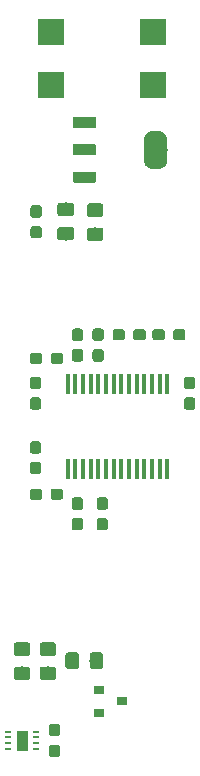
<source format=gbr>
G04 #@! TF.GenerationSoftware,KiCad,Pcbnew,(5.1.4)-1*
G04 #@! TF.CreationDate,2023-08-30T15:36:27+02:00*
G04 #@! TF.ProjectId,BeeWeight_MKRWAN_V4,42656557-6569-4676-9874-5f4d4b525741,V4*
G04 #@! TF.SameCoordinates,Original*
G04 #@! TF.FileFunction,Paste,Top*
G04 #@! TF.FilePolarity,Positive*
%FSLAX46Y46*%
G04 Gerber Fmt 4.6, Leading zero omitted, Abs format (unit mm)*
G04 Created by KiCad (PCBNEW (5.1.4)-1) date 2023-08-30 15:36:27*
%MOMM*%
%LPD*%
G04 APERTURE LIST*
%ADD10C,0.010000*%
%ADD11R,0.450000X1.750000*%
%ADD12C,0.100000*%
%ADD13C,0.950000*%
%ADD14R,0.900000X0.800000*%
%ADD15C,1.150000*%
%ADD16R,0.550000X0.250000*%
%ADD17R,2.200000X2.200000*%
%ADD18C,0.930000*%
%ADD19C,1.980000*%
G04 APERTURE END LIST*
D10*
G36*
X156549574Y-113700000D02*
G01*
X157450000Y-113700000D01*
X157450000Y-115300757D01*
X156549574Y-115300757D01*
X156549574Y-113700000D01*
G37*
X156549574Y-113700000D02*
X157450000Y-113700000D01*
X157450000Y-115300757D01*
X156549574Y-115300757D01*
X156549574Y-113700000D01*
D11*
X160875000Y-84300000D03*
X169325000Y-91500000D03*
X166075000Y-84300000D03*
X166725000Y-91500000D03*
X168025000Y-91500000D03*
X162825000Y-84300000D03*
X162175000Y-91500000D03*
X162175000Y-84300000D03*
X164125000Y-84300000D03*
X160875000Y-91500000D03*
X163475000Y-91500000D03*
X164125000Y-91500000D03*
X163475000Y-84300000D03*
X165425000Y-91500000D03*
X165425000Y-84300000D03*
X164775000Y-91500000D03*
X161525000Y-91500000D03*
X166075000Y-91500000D03*
X162825000Y-91500000D03*
X168675000Y-91500000D03*
X164775000Y-84300000D03*
X167375000Y-91500000D03*
X161525000Y-84300000D03*
X169325000Y-84300000D03*
X168025000Y-84300000D03*
X168675000Y-84300000D03*
X166725000Y-84300000D03*
X167375000Y-84300000D03*
D12*
G36*
X158510779Y-93176144D02*
G01*
X158533834Y-93179563D01*
X158556443Y-93185227D01*
X158578387Y-93193079D01*
X158599457Y-93203044D01*
X158619448Y-93215026D01*
X158638168Y-93228910D01*
X158655438Y-93244562D01*
X158671090Y-93261832D01*
X158684974Y-93280552D01*
X158696956Y-93300543D01*
X158706921Y-93321613D01*
X158714773Y-93343557D01*
X158720437Y-93366166D01*
X158723856Y-93389221D01*
X158725000Y-93412500D01*
X158725000Y-93887500D01*
X158723856Y-93910779D01*
X158720437Y-93933834D01*
X158714773Y-93956443D01*
X158706921Y-93978387D01*
X158696956Y-93999457D01*
X158684974Y-94019448D01*
X158671090Y-94038168D01*
X158655438Y-94055438D01*
X158638168Y-94071090D01*
X158619448Y-94084974D01*
X158599457Y-94096956D01*
X158578387Y-94106921D01*
X158556443Y-94114773D01*
X158533834Y-94120437D01*
X158510779Y-94123856D01*
X158487500Y-94125000D01*
X157912500Y-94125000D01*
X157889221Y-94123856D01*
X157866166Y-94120437D01*
X157843557Y-94114773D01*
X157821613Y-94106921D01*
X157800543Y-94096956D01*
X157780552Y-94084974D01*
X157761832Y-94071090D01*
X157744562Y-94055438D01*
X157728910Y-94038168D01*
X157715026Y-94019448D01*
X157703044Y-93999457D01*
X157693079Y-93978387D01*
X157685227Y-93956443D01*
X157679563Y-93933834D01*
X157676144Y-93910779D01*
X157675000Y-93887500D01*
X157675000Y-93412500D01*
X157676144Y-93389221D01*
X157679563Y-93366166D01*
X157685227Y-93343557D01*
X157693079Y-93321613D01*
X157703044Y-93300543D01*
X157715026Y-93280552D01*
X157728910Y-93261832D01*
X157744562Y-93244562D01*
X157761832Y-93228910D01*
X157780552Y-93215026D01*
X157800543Y-93203044D01*
X157821613Y-93193079D01*
X157843557Y-93185227D01*
X157866166Y-93179563D01*
X157889221Y-93176144D01*
X157912500Y-93175000D01*
X158487500Y-93175000D01*
X158510779Y-93176144D01*
X158510779Y-93176144D01*
G37*
D13*
X158200000Y-93650000D03*
D12*
G36*
X160260779Y-93176144D02*
G01*
X160283834Y-93179563D01*
X160306443Y-93185227D01*
X160328387Y-93193079D01*
X160349457Y-93203044D01*
X160369448Y-93215026D01*
X160388168Y-93228910D01*
X160405438Y-93244562D01*
X160421090Y-93261832D01*
X160434974Y-93280552D01*
X160446956Y-93300543D01*
X160456921Y-93321613D01*
X160464773Y-93343557D01*
X160470437Y-93366166D01*
X160473856Y-93389221D01*
X160475000Y-93412500D01*
X160475000Y-93887500D01*
X160473856Y-93910779D01*
X160470437Y-93933834D01*
X160464773Y-93956443D01*
X160456921Y-93978387D01*
X160446956Y-93999457D01*
X160434974Y-94019448D01*
X160421090Y-94038168D01*
X160405438Y-94055438D01*
X160388168Y-94071090D01*
X160369448Y-94084974D01*
X160349457Y-94096956D01*
X160328387Y-94106921D01*
X160306443Y-94114773D01*
X160283834Y-94120437D01*
X160260779Y-94123856D01*
X160237500Y-94125000D01*
X159662500Y-94125000D01*
X159639221Y-94123856D01*
X159616166Y-94120437D01*
X159593557Y-94114773D01*
X159571613Y-94106921D01*
X159550543Y-94096956D01*
X159530552Y-94084974D01*
X159511832Y-94071090D01*
X159494562Y-94055438D01*
X159478910Y-94038168D01*
X159465026Y-94019448D01*
X159453044Y-93999457D01*
X159443079Y-93978387D01*
X159435227Y-93956443D01*
X159429563Y-93933834D01*
X159426144Y-93910779D01*
X159425000Y-93887500D01*
X159425000Y-93412500D01*
X159426144Y-93389221D01*
X159429563Y-93366166D01*
X159435227Y-93343557D01*
X159443079Y-93321613D01*
X159453044Y-93300543D01*
X159465026Y-93280552D01*
X159478910Y-93261832D01*
X159494562Y-93244562D01*
X159511832Y-93228910D01*
X159530552Y-93215026D01*
X159550543Y-93203044D01*
X159571613Y-93193079D01*
X159593557Y-93185227D01*
X159616166Y-93179563D01*
X159639221Y-93176144D01*
X159662500Y-93175000D01*
X160237500Y-93175000D01*
X160260779Y-93176144D01*
X160260779Y-93176144D01*
G37*
D13*
X159950000Y-93650000D03*
D12*
G36*
X161960779Y-79626144D02*
G01*
X161983834Y-79629563D01*
X162006443Y-79635227D01*
X162028387Y-79643079D01*
X162049457Y-79653044D01*
X162069448Y-79665026D01*
X162088168Y-79678910D01*
X162105438Y-79694562D01*
X162121090Y-79711832D01*
X162134974Y-79730552D01*
X162146956Y-79750543D01*
X162156921Y-79771613D01*
X162164773Y-79793557D01*
X162170437Y-79816166D01*
X162173856Y-79839221D01*
X162175000Y-79862500D01*
X162175000Y-80437500D01*
X162173856Y-80460779D01*
X162170437Y-80483834D01*
X162164773Y-80506443D01*
X162156921Y-80528387D01*
X162146956Y-80549457D01*
X162134974Y-80569448D01*
X162121090Y-80588168D01*
X162105438Y-80605438D01*
X162088168Y-80621090D01*
X162069448Y-80634974D01*
X162049457Y-80646956D01*
X162028387Y-80656921D01*
X162006443Y-80664773D01*
X161983834Y-80670437D01*
X161960779Y-80673856D01*
X161937500Y-80675000D01*
X161462500Y-80675000D01*
X161439221Y-80673856D01*
X161416166Y-80670437D01*
X161393557Y-80664773D01*
X161371613Y-80656921D01*
X161350543Y-80646956D01*
X161330552Y-80634974D01*
X161311832Y-80621090D01*
X161294562Y-80605438D01*
X161278910Y-80588168D01*
X161265026Y-80569448D01*
X161253044Y-80549457D01*
X161243079Y-80528387D01*
X161235227Y-80506443D01*
X161229563Y-80483834D01*
X161226144Y-80460779D01*
X161225000Y-80437500D01*
X161225000Y-79862500D01*
X161226144Y-79839221D01*
X161229563Y-79816166D01*
X161235227Y-79793557D01*
X161243079Y-79771613D01*
X161253044Y-79750543D01*
X161265026Y-79730552D01*
X161278910Y-79711832D01*
X161294562Y-79694562D01*
X161311832Y-79678910D01*
X161330552Y-79665026D01*
X161350543Y-79653044D01*
X161371613Y-79643079D01*
X161393557Y-79635227D01*
X161416166Y-79629563D01*
X161439221Y-79626144D01*
X161462500Y-79625000D01*
X161937500Y-79625000D01*
X161960779Y-79626144D01*
X161960779Y-79626144D01*
G37*
D13*
X161700000Y-80150000D03*
D12*
G36*
X161960779Y-81376144D02*
G01*
X161983834Y-81379563D01*
X162006443Y-81385227D01*
X162028387Y-81393079D01*
X162049457Y-81403044D01*
X162069448Y-81415026D01*
X162088168Y-81428910D01*
X162105438Y-81444562D01*
X162121090Y-81461832D01*
X162134974Y-81480552D01*
X162146956Y-81500543D01*
X162156921Y-81521613D01*
X162164773Y-81543557D01*
X162170437Y-81566166D01*
X162173856Y-81589221D01*
X162175000Y-81612500D01*
X162175000Y-82187500D01*
X162173856Y-82210779D01*
X162170437Y-82233834D01*
X162164773Y-82256443D01*
X162156921Y-82278387D01*
X162146956Y-82299457D01*
X162134974Y-82319448D01*
X162121090Y-82338168D01*
X162105438Y-82355438D01*
X162088168Y-82371090D01*
X162069448Y-82384974D01*
X162049457Y-82396956D01*
X162028387Y-82406921D01*
X162006443Y-82414773D01*
X161983834Y-82420437D01*
X161960779Y-82423856D01*
X161937500Y-82425000D01*
X161462500Y-82425000D01*
X161439221Y-82423856D01*
X161416166Y-82420437D01*
X161393557Y-82414773D01*
X161371613Y-82406921D01*
X161350543Y-82396956D01*
X161330552Y-82384974D01*
X161311832Y-82371090D01*
X161294562Y-82355438D01*
X161278910Y-82338168D01*
X161265026Y-82319448D01*
X161253044Y-82299457D01*
X161243079Y-82278387D01*
X161235227Y-82256443D01*
X161229563Y-82233834D01*
X161226144Y-82210779D01*
X161225000Y-82187500D01*
X161225000Y-81612500D01*
X161226144Y-81589221D01*
X161229563Y-81566166D01*
X161235227Y-81543557D01*
X161243079Y-81521613D01*
X161253044Y-81500543D01*
X161265026Y-81480552D01*
X161278910Y-81461832D01*
X161294562Y-81444562D01*
X161311832Y-81428910D01*
X161330552Y-81415026D01*
X161350543Y-81403044D01*
X161371613Y-81393079D01*
X161393557Y-81385227D01*
X161416166Y-81379563D01*
X161439221Y-81376144D01*
X161462500Y-81375000D01*
X161937500Y-81375000D01*
X161960779Y-81376144D01*
X161960779Y-81376144D01*
G37*
D13*
X161700000Y-81900000D03*
D12*
G36*
X158510779Y-81676144D02*
G01*
X158533834Y-81679563D01*
X158556443Y-81685227D01*
X158578387Y-81693079D01*
X158599457Y-81703044D01*
X158619448Y-81715026D01*
X158638168Y-81728910D01*
X158655438Y-81744562D01*
X158671090Y-81761832D01*
X158684974Y-81780552D01*
X158696956Y-81800543D01*
X158706921Y-81821613D01*
X158714773Y-81843557D01*
X158720437Y-81866166D01*
X158723856Y-81889221D01*
X158725000Y-81912500D01*
X158725000Y-82387500D01*
X158723856Y-82410779D01*
X158720437Y-82433834D01*
X158714773Y-82456443D01*
X158706921Y-82478387D01*
X158696956Y-82499457D01*
X158684974Y-82519448D01*
X158671090Y-82538168D01*
X158655438Y-82555438D01*
X158638168Y-82571090D01*
X158619448Y-82584974D01*
X158599457Y-82596956D01*
X158578387Y-82606921D01*
X158556443Y-82614773D01*
X158533834Y-82620437D01*
X158510779Y-82623856D01*
X158487500Y-82625000D01*
X157912500Y-82625000D01*
X157889221Y-82623856D01*
X157866166Y-82620437D01*
X157843557Y-82614773D01*
X157821613Y-82606921D01*
X157800543Y-82596956D01*
X157780552Y-82584974D01*
X157761832Y-82571090D01*
X157744562Y-82555438D01*
X157728910Y-82538168D01*
X157715026Y-82519448D01*
X157703044Y-82499457D01*
X157693079Y-82478387D01*
X157685227Y-82456443D01*
X157679563Y-82433834D01*
X157676144Y-82410779D01*
X157675000Y-82387500D01*
X157675000Y-81912500D01*
X157676144Y-81889221D01*
X157679563Y-81866166D01*
X157685227Y-81843557D01*
X157693079Y-81821613D01*
X157703044Y-81800543D01*
X157715026Y-81780552D01*
X157728910Y-81761832D01*
X157744562Y-81744562D01*
X157761832Y-81728910D01*
X157780552Y-81715026D01*
X157800543Y-81703044D01*
X157821613Y-81693079D01*
X157843557Y-81685227D01*
X157866166Y-81679563D01*
X157889221Y-81676144D01*
X157912500Y-81675000D01*
X158487500Y-81675000D01*
X158510779Y-81676144D01*
X158510779Y-81676144D01*
G37*
D13*
X158200000Y-82150000D03*
D12*
G36*
X160260779Y-81676144D02*
G01*
X160283834Y-81679563D01*
X160306443Y-81685227D01*
X160328387Y-81693079D01*
X160349457Y-81703044D01*
X160369448Y-81715026D01*
X160388168Y-81728910D01*
X160405438Y-81744562D01*
X160421090Y-81761832D01*
X160434974Y-81780552D01*
X160446956Y-81800543D01*
X160456921Y-81821613D01*
X160464773Y-81843557D01*
X160470437Y-81866166D01*
X160473856Y-81889221D01*
X160475000Y-81912500D01*
X160475000Y-82387500D01*
X160473856Y-82410779D01*
X160470437Y-82433834D01*
X160464773Y-82456443D01*
X160456921Y-82478387D01*
X160446956Y-82499457D01*
X160434974Y-82519448D01*
X160421090Y-82538168D01*
X160405438Y-82555438D01*
X160388168Y-82571090D01*
X160369448Y-82584974D01*
X160349457Y-82596956D01*
X160328387Y-82606921D01*
X160306443Y-82614773D01*
X160283834Y-82620437D01*
X160260779Y-82623856D01*
X160237500Y-82625000D01*
X159662500Y-82625000D01*
X159639221Y-82623856D01*
X159616166Y-82620437D01*
X159593557Y-82614773D01*
X159571613Y-82606921D01*
X159550543Y-82596956D01*
X159530552Y-82584974D01*
X159511832Y-82571090D01*
X159494562Y-82555438D01*
X159478910Y-82538168D01*
X159465026Y-82519448D01*
X159453044Y-82499457D01*
X159443079Y-82478387D01*
X159435227Y-82456443D01*
X159429563Y-82433834D01*
X159426144Y-82410779D01*
X159425000Y-82387500D01*
X159425000Y-81912500D01*
X159426144Y-81889221D01*
X159429563Y-81866166D01*
X159435227Y-81843557D01*
X159443079Y-81821613D01*
X159453044Y-81800543D01*
X159465026Y-81780552D01*
X159478910Y-81761832D01*
X159494562Y-81744562D01*
X159511832Y-81728910D01*
X159530552Y-81715026D01*
X159550543Y-81703044D01*
X159571613Y-81693079D01*
X159593557Y-81685227D01*
X159616166Y-81679563D01*
X159639221Y-81676144D01*
X159662500Y-81675000D01*
X160237500Y-81675000D01*
X160260779Y-81676144D01*
X160260779Y-81676144D01*
G37*
D13*
X159950000Y-82150000D03*
D12*
G36*
X158410779Y-90926144D02*
G01*
X158433834Y-90929563D01*
X158456443Y-90935227D01*
X158478387Y-90943079D01*
X158499457Y-90953044D01*
X158519448Y-90965026D01*
X158538168Y-90978910D01*
X158555438Y-90994562D01*
X158571090Y-91011832D01*
X158584974Y-91030552D01*
X158596956Y-91050543D01*
X158606921Y-91071613D01*
X158614773Y-91093557D01*
X158620437Y-91116166D01*
X158623856Y-91139221D01*
X158625000Y-91162500D01*
X158625000Y-91737500D01*
X158623856Y-91760779D01*
X158620437Y-91783834D01*
X158614773Y-91806443D01*
X158606921Y-91828387D01*
X158596956Y-91849457D01*
X158584974Y-91869448D01*
X158571090Y-91888168D01*
X158555438Y-91905438D01*
X158538168Y-91921090D01*
X158519448Y-91934974D01*
X158499457Y-91946956D01*
X158478387Y-91956921D01*
X158456443Y-91964773D01*
X158433834Y-91970437D01*
X158410779Y-91973856D01*
X158387500Y-91975000D01*
X157912500Y-91975000D01*
X157889221Y-91973856D01*
X157866166Y-91970437D01*
X157843557Y-91964773D01*
X157821613Y-91956921D01*
X157800543Y-91946956D01*
X157780552Y-91934974D01*
X157761832Y-91921090D01*
X157744562Y-91905438D01*
X157728910Y-91888168D01*
X157715026Y-91869448D01*
X157703044Y-91849457D01*
X157693079Y-91828387D01*
X157685227Y-91806443D01*
X157679563Y-91783834D01*
X157676144Y-91760779D01*
X157675000Y-91737500D01*
X157675000Y-91162500D01*
X157676144Y-91139221D01*
X157679563Y-91116166D01*
X157685227Y-91093557D01*
X157693079Y-91071613D01*
X157703044Y-91050543D01*
X157715026Y-91030552D01*
X157728910Y-91011832D01*
X157744562Y-90994562D01*
X157761832Y-90978910D01*
X157780552Y-90965026D01*
X157800543Y-90953044D01*
X157821613Y-90943079D01*
X157843557Y-90935227D01*
X157866166Y-90929563D01*
X157889221Y-90926144D01*
X157912500Y-90925000D01*
X158387500Y-90925000D01*
X158410779Y-90926144D01*
X158410779Y-90926144D01*
G37*
D13*
X158150000Y-91450000D03*
D12*
G36*
X158410779Y-89176144D02*
G01*
X158433834Y-89179563D01*
X158456443Y-89185227D01*
X158478387Y-89193079D01*
X158499457Y-89203044D01*
X158519448Y-89215026D01*
X158538168Y-89228910D01*
X158555438Y-89244562D01*
X158571090Y-89261832D01*
X158584974Y-89280552D01*
X158596956Y-89300543D01*
X158606921Y-89321613D01*
X158614773Y-89343557D01*
X158620437Y-89366166D01*
X158623856Y-89389221D01*
X158625000Y-89412500D01*
X158625000Y-89987500D01*
X158623856Y-90010779D01*
X158620437Y-90033834D01*
X158614773Y-90056443D01*
X158606921Y-90078387D01*
X158596956Y-90099457D01*
X158584974Y-90119448D01*
X158571090Y-90138168D01*
X158555438Y-90155438D01*
X158538168Y-90171090D01*
X158519448Y-90184974D01*
X158499457Y-90196956D01*
X158478387Y-90206921D01*
X158456443Y-90214773D01*
X158433834Y-90220437D01*
X158410779Y-90223856D01*
X158387500Y-90225000D01*
X157912500Y-90225000D01*
X157889221Y-90223856D01*
X157866166Y-90220437D01*
X157843557Y-90214773D01*
X157821613Y-90206921D01*
X157800543Y-90196956D01*
X157780552Y-90184974D01*
X157761832Y-90171090D01*
X157744562Y-90155438D01*
X157728910Y-90138168D01*
X157715026Y-90119448D01*
X157703044Y-90099457D01*
X157693079Y-90078387D01*
X157685227Y-90056443D01*
X157679563Y-90033834D01*
X157676144Y-90010779D01*
X157675000Y-89987500D01*
X157675000Y-89412500D01*
X157676144Y-89389221D01*
X157679563Y-89366166D01*
X157685227Y-89343557D01*
X157693079Y-89321613D01*
X157703044Y-89300543D01*
X157715026Y-89280552D01*
X157728910Y-89261832D01*
X157744562Y-89244562D01*
X157761832Y-89228910D01*
X157780552Y-89215026D01*
X157800543Y-89203044D01*
X157821613Y-89193079D01*
X157843557Y-89185227D01*
X157866166Y-89179563D01*
X157889221Y-89176144D01*
X157912500Y-89175000D01*
X158387500Y-89175000D01*
X158410779Y-89176144D01*
X158410779Y-89176144D01*
G37*
D13*
X158150000Y-89700000D03*
D12*
G36*
X161960779Y-93926144D02*
G01*
X161983834Y-93929563D01*
X162006443Y-93935227D01*
X162028387Y-93943079D01*
X162049457Y-93953044D01*
X162069448Y-93965026D01*
X162088168Y-93978910D01*
X162105438Y-93994562D01*
X162121090Y-94011832D01*
X162134974Y-94030552D01*
X162146956Y-94050543D01*
X162156921Y-94071613D01*
X162164773Y-94093557D01*
X162170437Y-94116166D01*
X162173856Y-94139221D01*
X162175000Y-94162500D01*
X162175000Y-94737500D01*
X162173856Y-94760779D01*
X162170437Y-94783834D01*
X162164773Y-94806443D01*
X162156921Y-94828387D01*
X162146956Y-94849457D01*
X162134974Y-94869448D01*
X162121090Y-94888168D01*
X162105438Y-94905438D01*
X162088168Y-94921090D01*
X162069448Y-94934974D01*
X162049457Y-94946956D01*
X162028387Y-94956921D01*
X162006443Y-94964773D01*
X161983834Y-94970437D01*
X161960779Y-94973856D01*
X161937500Y-94975000D01*
X161462500Y-94975000D01*
X161439221Y-94973856D01*
X161416166Y-94970437D01*
X161393557Y-94964773D01*
X161371613Y-94956921D01*
X161350543Y-94946956D01*
X161330552Y-94934974D01*
X161311832Y-94921090D01*
X161294562Y-94905438D01*
X161278910Y-94888168D01*
X161265026Y-94869448D01*
X161253044Y-94849457D01*
X161243079Y-94828387D01*
X161235227Y-94806443D01*
X161229563Y-94783834D01*
X161226144Y-94760779D01*
X161225000Y-94737500D01*
X161225000Y-94162500D01*
X161226144Y-94139221D01*
X161229563Y-94116166D01*
X161235227Y-94093557D01*
X161243079Y-94071613D01*
X161253044Y-94050543D01*
X161265026Y-94030552D01*
X161278910Y-94011832D01*
X161294562Y-93994562D01*
X161311832Y-93978910D01*
X161330552Y-93965026D01*
X161350543Y-93953044D01*
X161371613Y-93943079D01*
X161393557Y-93935227D01*
X161416166Y-93929563D01*
X161439221Y-93926144D01*
X161462500Y-93925000D01*
X161937500Y-93925000D01*
X161960779Y-93926144D01*
X161960779Y-93926144D01*
G37*
D13*
X161700000Y-94450000D03*
D12*
G36*
X161960779Y-95676144D02*
G01*
X161983834Y-95679563D01*
X162006443Y-95685227D01*
X162028387Y-95693079D01*
X162049457Y-95703044D01*
X162069448Y-95715026D01*
X162088168Y-95728910D01*
X162105438Y-95744562D01*
X162121090Y-95761832D01*
X162134974Y-95780552D01*
X162146956Y-95800543D01*
X162156921Y-95821613D01*
X162164773Y-95843557D01*
X162170437Y-95866166D01*
X162173856Y-95889221D01*
X162175000Y-95912500D01*
X162175000Y-96487500D01*
X162173856Y-96510779D01*
X162170437Y-96533834D01*
X162164773Y-96556443D01*
X162156921Y-96578387D01*
X162146956Y-96599457D01*
X162134974Y-96619448D01*
X162121090Y-96638168D01*
X162105438Y-96655438D01*
X162088168Y-96671090D01*
X162069448Y-96684974D01*
X162049457Y-96696956D01*
X162028387Y-96706921D01*
X162006443Y-96714773D01*
X161983834Y-96720437D01*
X161960779Y-96723856D01*
X161937500Y-96725000D01*
X161462500Y-96725000D01*
X161439221Y-96723856D01*
X161416166Y-96720437D01*
X161393557Y-96714773D01*
X161371613Y-96706921D01*
X161350543Y-96696956D01*
X161330552Y-96684974D01*
X161311832Y-96671090D01*
X161294562Y-96655438D01*
X161278910Y-96638168D01*
X161265026Y-96619448D01*
X161253044Y-96599457D01*
X161243079Y-96578387D01*
X161235227Y-96556443D01*
X161229563Y-96533834D01*
X161226144Y-96510779D01*
X161225000Y-96487500D01*
X161225000Y-95912500D01*
X161226144Y-95889221D01*
X161229563Y-95866166D01*
X161235227Y-95843557D01*
X161243079Y-95821613D01*
X161253044Y-95800543D01*
X161265026Y-95780552D01*
X161278910Y-95761832D01*
X161294562Y-95744562D01*
X161311832Y-95728910D01*
X161330552Y-95715026D01*
X161350543Y-95703044D01*
X161371613Y-95693079D01*
X161393557Y-95685227D01*
X161416166Y-95679563D01*
X161439221Y-95676144D01*
X161462500Y-95675000D01*
X161937500Y-95675000D01*
X161960779Y-95676144D01*
X161960779Y-95676144D01*
G37*
D13*
X161700000Y-96200000D03*
D12*
G36*
X163710779Y-81376144D02*
G01*
X163733834Y-81379563D01*
X163756443Y-81385227D01*
X163778387Y-81393079D01*
X163799457Y-81403044D01*
X163819448Y-81415026D01*
X163838168Y-81428910D01*
X163855438Y-81444562D01*
X163871090Y-81461832D01*
X163884974Y-81480552D01*
X163896956Y-81500543D01*
X163906921Y-81521613D01*
X163914773Y-81543557D01*
X163920437Y-81566166D01*
X163923856Y-81589221D01*
X163925000Y-81612500D01*
X163925000Y-82187500D01*
X163923856Y-82210779D01*
X163920437Y-82233834D01*
X163914773Y-82256443D01*
X163906921Y-82278387D01*
X163896956Y-82299457D01*
X163884974Y-82319448D01*
X163871090Y-82338168D01*
X163855438Y-82355438D01*
X163838168Y-82371090D01*
X163819448Y-82384974D01*
X163799457Y-82396956D01*
X163778387Y-82406921D01*
X163756443Y-82414773D01*
X163733834Y-82420437D01*
X163710779Y-82423856D01*
X163687500Y-82425000D01*
X163212500Y-82425000D01*
X163189221Y-82423856D01*
X163166166Y-82420437D01*
X163143557Y-82414773D01*
X163121613Y-82406921D01*
X163100543Y-82396956D01*
X163080552Y-82384974D01*
X163061832Y-82371090D01*
X163044562Y-82355438D01*
X163028910Y-82338168D01*
X163015026Y-82319448D01*
X163003044Y-82299457D01*
X162993079Y-82278387D01*
X162985227Y-82256443D01*
X162979563Y-82233834D01*
X162976144Y-82210779D01*
X162975000Y-82187500D01*
X162975000Y-81612500D01*
X162976144Y-81589221D01*
X162979563Y-81566166D01*
X162985227Y-81543557D01*
X162993079Y-81521613D01*
X163003044Y-81500543D01*
X163015026Y-81480552D01*
X163028910Y-81461832D01*
X163044562Y-81444562D01*
X163061832Y-81428910D01*
X163080552Y-81415026D01*
X163100543Y-81403044D01*
X163121613Y-81393079D01*
X163143557Y-81385227D01*
X163166166Y-81379563D01*
X163189221Y-81376144D01*
X163212500Y-81375000D01*
X163687500Y-81375000D01*
X163710779Y-81376144D01*
X163710779Y-81376144D01*
G37*
D13*
X163450000Y-81900000D03*
D12*
G36*
X163710779Y-79626144D02*
G01*
X163733834Y-79629563D01*
X163756443Y-79635227D01*
X163778387Y-79643079D01*
X163799457Y-79653044D01*
X163819448Y-79665026D01*
X163838168Y-79678910D01*
X163855438Y-79694562D01*
X163871090Y-79711832D01*
X163884974Y-79730552D01*
X163896956Y-79750543D01*
X163906921Y-79771613D01*
X163914773Y-79793557D01*
X163920437Y-79816166D01*
X163923856Y-79839221D01*
X163925000Y-79862500D01*
X163925000Y-80437500D01*
X163923856Y-80460779D01*
X163920437Y-80483834D01*
X163914773Y-80506443D01*
X163906921Y-80528387D01*
X163896956Y-80549457D01*
X163884974Y-80569448D01*
X163871090Y-80588168D01*
X163855438Y-80605438D01*
X163838168Y-80621090D01*
X163819448Y-80634974D01*
X163799457Y-80646956D01*
X163778387Y-80656921D01*
X163756443Y-80664773D01*
X163733834Y-80670437D01*
X163710779Y-80673856D01*
X163687500Y-80675000D01*
X163212500Y-80675000D01*
X163189221Y-80673856D01*
X163166166Y-80670437D01*
X163143557Y-80664773D01*
X163121613Y-80656921D01*
X163100543Y-80646956D01*
X163080552Y-80634974D01*
X163061832Y-80621090D01*
X163044562Y-80605438D01*
X163028910Y-80588168D01*
X163015026Y-80569448D01*
X163003044Y-80549457D01*
X162993079Y-80528387D01*
X162985227Y-80506443D01*
X162979563Y-80483834D01*
X162976144Y-80460779D01*
X162975000Y-80437500D01*
X162975000Y-79862500D01*
X162976144Y-79839221D01*
X162979563Y-79816166D01*
X162985227Y-79793557D01*
X162993079Y-79771613D01*
X163003044Y-79750543D01*
X163015026Y-79730552D01*
X163028910Y-79711832D01*
X163044562Y-79694562D01*
X163061832Y-79678910D01*
X163080552Y-79665026D01*
X163100543Y-79653044D01*
X163121613Y-79643079D01*
X163143557Y-79635227D01*
X163166166Y-79629563D01*
X163189221Y-79626144D01*
X163212500Y-79625000D01*
X163687500Y-79625000D01*
X163710779Y-79626144D01*
X163710779Y-79626144D01*
G37*
D13*
X163450000Y-80150000D03*
D12*
G36*
X158410779Y-83701144D02*
G01*
X158433834Y-83704563D01*
X158456443Y-83710227D01*
X158478387Y-83718079D01*
X158499457Y-83728044D01*
X158519448Y-83740026D01*
X158538168Y-83753910D01*
X158555438Y-83769562D01*
X158571090Y-83786832D01*
X158584974Y-83805552D01*
X158596956Y-83825543D01*
X158606921Y-83846613D01*
X158614773Y-83868557D01*
X158620437Y-83891166D01*
X158623856Y-83914221D01*
X158625000Y-83937500D01*
X158625000Y-84512500D01*
X158623856Y-84535779D01*
X158620437Y-84558834D01*
X158614773Y-84581443D01*
X158606921Y-84603387D01*
X158596956Y-84624457D01*
X158584974Y-84644448D01*
X158571090Y-84663168D01*
X158555438Y-84680438D01*
X158538168Y-84696090D01*
X158519448Y-84709974D01*
X158499457Y-84721956D01*
X158478387Y-84731921D01*
X158456443Y-84739773D01*
X158433834Y-84745437D01*
X158410779Y-84748856D01*
X158387500Y-84750000D01*
X157912500Y-84750000D01*
X157889221Y-84748856D01*
X157866166Y-84745437D01*
X157843557Y-84739773D01*
X157821613Y-84731921D01*
X157800543Y-84721956D01*
X157780552Y-84709974D01*
X157761832Y-84696090D01*
X157744562Y-84680438D01*
X157728910Y-84663168D01*
X157715026Y-84644448D01*
X157703044Y-84624457D01*
X157693079Y-84603387D01*
X157685227Y-84581443D01*
X157679563Y-84558834D01*
X157676144Y-84535779D01*
X157675000Y-84512500D01*
X157675000Y-83937500D01*
X157676144Y-83914221D01*
X157679563Y-83891166D01*
X157685227Y-83868557D01*
X157693079Y-83846613D01*
X157703044Y-83825543D01*
X157715026Y-83805552D01*
X157728910Y-83786832D01*
X157744562Y-83769562D01*
X157761832Y-83753910D01*
X157780552Y-83740026D01*
X157800543Y-83728044D01*
X157821613Y-83718079D01*
X157843557Y-83710227D01*
X157866166Y-83704563D01*
X157889221Y-83701144D01*
X157912500Y-83700000D01*
X158387500Y-83700000D01*
X158410779Y-83701144D01*
X158410779Y-83701144D01*
G37*
D13*
X158150000Y-84225000D03*
D12*
G36*
X158410779Y-85451144D02*
G01*
X158433834Y-85454563D01*
X158456443Y-85460227D01*
X158478387Y-85468079D01*
X158499457Y-85478044D01*
X158519448Y-85490026D01*
X158538168Y-85503910D01*
X158555438Y-85519562D01*
X158571090Y-85536832D01*
X158584974Y-85555552D01*
X158596956Y-85575543D01*
X158606921Y-85596613D01*
X158614773Y-85618557D01*
X158620437Y-85641166D01*
X158623856Y-85664221D01*
X158625000Y-85687500D01*
X158625000Y-86262500D01*
X158623856Y-86285779D01*
X158620437Y-86308834D01*
X158614773Y-86331443D01*
X158606921Y-86353387D01*
X158596956Y-86374457D01*
X158584974Y-86394448D01*
X158571090Y-86413168D01*
X158555438Y-86430438D01*
X158538168Y-86446090D01*
X158519448Y-86459974D01*
X158499457Y-86471956D01*
X158478387Y-86481921D01*
X158456443Y-86489773D01*
X158433834Y-86495437D01*
X158410779Y-86498856D01*
X158387500Y-86500000D01*
X157912500Y-86500000D01*
X157889221Y-86498856D01*
X157866166Y-86495437D01*
X157843557Y-86489773D01*
X157821613Y-86481921D01*
X157800543Y-86471956D01*
X157780552Y-86459974D01*
X157761832Y-86446090D01*
X157744562Y-86430438D01*
X157728910Y-86413168D01*
X157715026Y-86394448D01*
X157703044Y-86374457D01*
X157693079Y-86353387D01*
X157685227Y-86331443D01*
X157679563Y-86308834D01*
X157676144Y-86285779D01*
X157675000Y-86262500D01*
X157675000Y-85687500D01*
X157676144Y-85664221D01*
X157679563Y-85641166D01*
X157685227Y-85618557D01*
X157693079Y-85596613D01*
X157703044Y-85575543D01*
X157715026Y-85555552D01*
X157728910Y-85536832D01*
X157744562Y-85519562D01*
X157761832Y-85503910D01*
X157780552Y-85490026D01*
X157800543Y-85478044D01*
X157821613Y-85468079D01*
X157843557Y-85460227D01*
X157866166Y-85454563D01*
X157889221Y-85451144D01*
X157912500Y-85450000D01*
X158387500Y-85450000D01*
X158410779Y-85451144D01*
X158410779Y-85451144D01*
G37*
D13*
X158150000Y-85975000D03*
D12*
G36*
X164060779Y-95676144D02*
G01*
X164083834Y-95679563D01*
X164106443Y-95685227D01*
X164128387Y-95693079D01*
X164149457Y-95703044D01*
X164169448Y-95715026D01*
X164188168Y-95728910D01*
X164205438Y-95744562D01*
X164221090Y-95761832D01*
X164234974Y-95780552D01*
X164246956Y-95800543D01*
X164256921Y-95821613D01*
X164264773Y-95843557D01*
X164270437Y-95866166D01*
X164273856Y-95889221D01*
X164275000Y-95912500D01*
X164275000Y-96487500D01*
X164273856Y-96510779D01*
X164270437Y-96533834D01*
X164264773Y-96556443D01*
X164256921Y-96578387D01*
X164246956Y-96599457D01*
X164234974Y-96619448D01*
X164221090Y-96638168D01*
X164205438Y-96655438D01*
X164188168Y-96671090D01*
X164169448Y-96684974D01*
X164149457Y-96696956D01*
X164128387Y-96706921D01*
X164106443Y-96714773D01*
X164083834Y-96720437D01*
X164060779Y-96723856D01*
X164037500Y-96725000D01*
X163562500Y-96725000D01*
X163539221Y-96723856D01*
X163516166Y-96720437D01*
X163493557Y-96714773D01*
X163471613Y-96706921D01*
X163450543Y-96696956D01*
X163430552Y-96684974D01*
X163411832Y-96671090D01*
X163394562Y-96655438D01*
X163378910Y-96638168D01*
X163365026Y-96619448D01*
X163353044Y-96599457D01*
X163343079Y-96578387D01*
X163335227Y-96556443D01*
X163329563Y-96533834D01*
X163326144Y-96510779D01*
X163325000Y-96487500D01*
X163325000Y-95912500D01*
X163326144Y-95889221D01*
X163329563Y-95866166D01*
X163335227Y-95843557D01*
X163343079Y-95821613D01*
X163353044Y-95800543D01*
X163365026Y-95780552D01*
X163378910Y-95761832D01*
X163394562Y-95744562D01*
X163411832Y-95728910D01*
X163430552Y-95715026D01*
X163450543Y-95703044D01*
X163471613Y-95693079D01*
X163493557Y-95685227D01*
X163516166Y-95679563D01*
X163539221Y-95676144D01*
X163562500Y-95675000D01*
X164037500Y-95675000D01*
X164060779Y-95676144D01*
X164060779Y-95676144D01*
G37*
D13*
X163800000Y-96200000D03*
D12*
G36*
X164060779Y-93926144D02*
G01*
X164083834Y-93929563D01*
X164106443Y-93935227D01*
X164128387Y-93943079D01*
X164149457Y-93953044D01*
X164169448Y-93965026D01*
X164188168Y-93978910D01*
X164205438Y-93994562D01*
X164221090Y-94011832D01*
X164234974Y-94030552D01*
X164246956Y-94050543D01*
X164256921Y-94071613D01*
X164264773Y-94093557D01*
X164270437Y-94116166D01*
X164273856Y-94139221D01*
X164275000Y-94162500D01*
X164275000Y-94737500D01*
X164273856Y-94760779D01*
X164270437Y-94783834D01*
X164264773Y-94806443D01*
X164256921Y-94828387D01*
X164246956Y-94849457D01*
X164234974Y-94869448D01*
X164221090Y-94888168D01*
X164205438Y-94905438D01*
X164188168Y-94921090D01*
X164169448Y-94934974D01*
X164149457Y-94946956D01*
X164128387Y-94956921D01*
X164106443Y-94964773D01*
X164083834Y-94970437D01*
X164060779Y-94973856D01*
X164037500Y-94975000D01*
X163562500Y-94975000D01*
X163539221Y-94973856D01*
X163516166Y-94970437D01*
X163493557Y-94964773D01*
X163471613Y-94956921D01*
X163450543Y-94946956D01*
X163430552Y-94934974D01*
X163411832Y-94921090D01*
X163394562Y-94905438D01*
X163378910Y-94888168D01*
X163365026Y-94869448D01*
X163353044Y-94849457D01*
X163343079Y-94828387D01*
X163335227Y-94806443D01*
X163329563Y-94783834D01*
X163326144Y-94760779D01*
X163325000Y-94737500D01*
X163325000Y-94162500D01*
X163326144Y-94139221D01*
X163329563Y-94116166D01*
X163335227Y-94093557D01*
X163343079Y-94071613D01*
X163353044Y-94050543D01*
X163365026Y-94030552D01*
X163378910Y-94011832D01*
X163394562Y-93994562D01*
X163411832Y-93978910D01*
X163430552Y-93965026D01*
X163450543Y-93953044D01*
X163471613Y-93943079D01*
X163493557Y-93935227D01*
X163516166Y-93929563D01*
X163539221Y-93926144D01*
X163562500Y-93925000D01*
X164037500Y-93925000D01*
X164060779Y-93926144D01*
X164060779Y-93926144D01*
G37*
D13*
X163800000Y-94450000D03*
D12*
G36*
X158460779Y-70951144D02*
G01*
X158483834Y-70954563D01*
X158506443Y-70960227D01*
X158528387Y-70968079D01*
X158549457Y-70978044D01*
X158569448Y-70990026D01*
X158588168Y-71003910D01*
X158605438Y-71019562D01*
X158621090Y-71036832D01*
X158634974Y-71055552D01*
X158646956Y-71075543D01*
X158656921Y-71096613D01*
X158664773Y-71118557D01*
X158670437Y-71141166D01*
X158673856Y-71164221D01*
X158675000Y-71187500D01*
X158675000Y-71762500D01*
X158673856Y-71785779D01*
X158670437Y-71808834D01*
X158664773Y-71831443D01*
X158656921Y-71853387D01*
X158646956Y-71874457D01*
X158634974Y-71894448D01*
X158621090Y-71913168D01*
X158605438Y-71930438D01*
X158588168Y-71946090D01*
X158569448Y-71959974D01*
X158549457Y-71971956D01*
X158528387Y-71981921D01*
X158506443Y-71989773D01*
X158483834Y-71995437D01*
X158460779Y-71998856D01*
X158437500Y-72000000D01*
X157962500Y-72000000D01*
X157939221Y-71998856D01*
X157916166Y-71995437D01*
X157893557Y-71989773D01*
X157871613Y-71981921D01*
X157850543Y-71971956D01*
X157830552Y-71959974D01*
X157811832Y-71946090D01*
X157794562Y-71930438D01*
X157778910Y-71913168D01*
X157765026Y-71894448D01*
X157753044Y-71874457D01*
X157743079Y-71853387D01*
X157735227Y-71831443D01*
X157729563Y-71808834D01*
X157726144Y-71785779D01*
X157725000Y-71762500D01*
X157725000Y-71187500D01*
X157726144Y-71164221D01*
X157729563Y-71141166D01*
X157735227Y-71118557D01*
X157743079Y-71096613D01*
X157753044Y-71075543D01*
X157765026Y-71055552D01*
X157778910Y-71036832D01*
X157794562Y-71019562D01*
X157811832Y-71003910D01*
X157830552Y-70990026D01*
X157850543Y-70978044D01*
X157871613Y-70968079D01*
X157893557Y-70960227D01*
X157916166Y-70954563D01*
X157939221Y-70951144D01*
X157962500Y-70950000D01*
X158437500Y-70950000D01*
X158460779Y-70951144D01*
X158460779Y-70951144D01*
G37*
D13*
X158200000Y-71475000D03*
D12*
G36*
X158460779Y-69201144D02*
G01*
X158483834Y-69204563D01*
X158506443Y-69210227D01*
X158528387Y-69218079D01*
X158549457Y-69228044D01*
X158569448Y-69240026D01*
X158588168Y-69253910D01*
X158605438Y-69269562D01*
X158621090Y-69286832D01*
X158634974Y-69305552D01*
X158646956Y-69325543D01*
X158656921Y-69346613D01*
X158664773Y-69368557D01*
X158670437Y-69391166D01*
X158673856Y-69414221D01*
X158675000Y-69437500D01*
X158675000Y-70012500D01*
X158673856Y-70035779D01*
X158670437Y-70058834D01*
X158664773Y-70081443D01*
X158656921Y-70103387D01*
X158646956Y-70124457D01*
X158634974Y-70144448D01*
X158621090Y-70163168D01*
X158605438Y-70180438D01*
X158588168Y-70196090D01*
X158569448Y-70209974D01*
X158549457Y-70221956D01*
X158528387Y-70231921D01*
X158506443Y-70239773D01*
X158483834Y-70245437D01*
X158460779Y-70248856D01*
X158437500Y-70250000D01*
X157962500Y-70250000D01*
X157939221Y-70248856D01*
X157916166Y-70245437D01*
X157893557Y-70239773D01*
X157871613Y-70231921D01*
X157850543Y-70221956D01*
X157830552Y-70209974D01*
X157811832Y-70196090D01*
X157794562Y-70180438D01*
X157778910Y-70163168D01*
X157765026Y-70144448D01*
X157753044Y-70124457D01*
X157743079Y-70103387D01*
X157735227Y-70081443D01*
X157729563Y-70058834D01*
X157726144Y-70035779D01*
X157725000Y-70012500D01*
X157725000Y-69437500D01*
X157726144Y-69414221D01*
X157729563Y-69391166D01*
X157735227Y-69368557D01*
X157743079Y-69346613D01*
X157753044Y-69325543D01*
X157765026Y-69305552D01*
X157778910Y-69286832D01*
X157794562Y-69269562D01*
X157811832Y-69253910D01*
X157830552Y-69240026D01*
X157850543Y-69228044D01*
X157871613Y-69218079D01*
X157893557Y-69210227D01*
X157916166Y-69204563D01*
X157939221Y-69201144D01*
X157962500Y-69200000D01*
X158437500Y-69200000D01*
X158460779Y-69201144D01*
X158460779Y-69201144D01*
G37*
D13*
X158200000Y-69725000D03*
D12*
G36*
X171460779Y-85451144D02*
G01*
X171483834Y-85454563D01*
X171506443Y-85460227D01*
X171528387Y-85468079D01*
X171549457Y-85478044D01*
X171569448Y-85490026D01*
X171588168Y-85503910D01*
X171605438Y-85519562D01*
X171621090Y-85536832D01*
X171634974Y-85555552D01*
X171646956Y-85575543D01*
X171656921Y-85596613D01*
X171664773Y-85618557D01*
X171670437Y-85641166D01*
X171673856Y-85664221D01*
X171675000Y-85687500D01*
X171675000Y-86262500D01*
X171673856Y-86285779D01*
X171670437Y-86308834D01*
X171664773Y-86331443D01*
X171656921Y-86353387D01*
X171646956Y-86374457D01*
X171634974Y-86394448D01*
X171621090Y-86413168D01*
X171605438Y-86430438D01*
X171588168Y-86446090D01*
X171569448Y-86459974D01*
X171549457Y-86471956D01*
X171528387Y-86481921D01*
X171506443Y-86489773D01*
X171483834Y-86495437D01*
X171460779Y-86498856D01*
X171437500Y-86500000D01*
X170962500Y-86500000D01*
X170939221Y-86498856D01*
X170916166Y-86495437D01*
X170893557Y-86489773D01*
X170871613Y-86481921D01*
X170850543Y-86471956D01*
X170830552Y-86459974D01*
X170811832Y-86446090D01*
X170794562Y-86430438D01*
X170778910Y-86413168D01*
X170765026Y-86394448D01*
X170753044Y-86374457D01*
X170743079Y-86353387D01*
X170735227Y-86331443D01*
X170729563Y-86308834D01*
X170726144Y-86285779D01*
X170725000Y-86262500D01*
X170725000Y-85687500D01*
X170726144Y-85664221D01*
X170729563Y-85641166D01*
X170735227Y-85618557D01*
X170743079Y-85596613D01*
X170753044Y-85575543D01*
X170765026Y-85555552D01*
X170778910Y-85536832D01*
X170794562Y-85519562D01*
X170811832Y-85503910D01*
X170830552Y-85490026D01*
X170850543Y-85478044D01*
X170871613Y-85468079D01*
X170893557Y-85460227D01*
X170916166Y-85454563D01*
X170939221Y-85451144D01*
X170962500Y-85450000D01*
X171437500Y-85450000D01*
X171460779Y-85451144D01*
X171460779Y-85451144D01*
G37*
D13*
X171200000Y-85975000D03*
D12*
G36*
X171460779Y-83701144D02*
G01*
X171483834Y-83704563D01*
X171506443Y-83710227D01*
X171528387Y-83718079D01*
X171549457Y-83728044D01*
X171569448Y-83740026D01*
X171588168Y-83753910D01*
X171605438Y-83769562D01*
X171621090Y-83786832D01*
X171634974Y-83805552D01*
X171646956Y-83825543D01*
X171656921Y-83846613D01*
X171664773Y-83868557D01*
X171670437Y-83891166D01*
X171673856Y-83914221D01*
X171675000Y-83937500D01*
X171675000Y-84512500D01*
X171673856Y-84535779D01*
X171670437Y-84558834D01*
X171664773Y-84581443D01*
X171656921Y-84603387D01*
X171646956Y-84624457D01*
X171634974Y-84644448D01*
X171621090Y-84663168D01*
X171605438Y-84680438D01*
X171588168Y-84696090D01*
X171569448Y-84709974D01*
X171549457Y-84721956D01*
X171528387Y-84731921D01*
X171506443Y-84739773D01*
X171483834Y-84745437D01*
X171460779Y-84748856D01*
X171437500Y-84750000D01*
X170962500Y-84750000D01*
X170939221Y-84748856D01*
X170916166Y-84745437D01*
X170893557Y-84739773D01*
X170871613Y-84731921D01*
X170850543Y-84721956D01*
X170830552Y-84709974D01*
X170811832Y-84696090D01*
X170794562Y-84680438D01*
X170778910Y-84663168D01*
X170765026Y-84644448D01*
X170753044Y-84624457D01*
X170743079Y-84603387D01*
X170735227Y-84581443D01*
X170729563Y-84558834D01*
X170726144Y-84535779D01*
X170725000Y-84512500D01*
X170725000Y-83937500D01*
X170726144Y-83914221D01*
X170729563Y-83891166D01*
X170735227Y-83868557D01*
X170743079Y-83846613D01*
X170753044Y-83825543D01*
X170765026Y-83805552D01*
X170778910Y-83786832D01*
X170794562Y-83769562D01*
X170811832Y-83753910D01*
X170830552Y-83740026D01*
X170850543Y-83728044D01*
X170871613Y-83718079D01*
X170893557Y-83710227D01*
X170916166Y-83704563D01*
X170939221Y-83701144D01*
X170962500Y-83700000D01*
X171437500Y-83700000D01*
X171460779Y-83701144D01*
X171460779Y-83701144D01*
G37*
D13*
X171200000Y-84225000D03*
D12*
G36*
X168885779Y-79676144D02*
G01*
X168908834Y-79679563D01*
X168931443Y-79685227D01*
X168953387Y-79693079D01*
X168974457Y-79703044D01*
X168994448Y-79715026D01*
X169013168Y-79728910D01*
X169030438Y-79744562D01*
X169046090Y-79761832D01*
X169059974Y-79780552D01*
X169071956Y-79800543D01*
X169081921Y-79821613D01*
X169089773Y-79843557D01*
X169095437Y-79866166D01*
X169098856Y-79889221D01*
X169100000Y-79912500D01*
X169100000Y-80387500D01*
X169098856Y-80410779D01*
X169095437Y-80433834D01*
X169089773Y-80456443D01*
X169081921Y-80478387D01*
X169071956Y-80499457D01*
X169059974Y-80519448D01*
X169046090Y-80538168D01*
X169030438Y-80555438D01*
X169013168Y-80571090D01*
X168994448Y-80584974D01*
X168974457Y-80596956D01*
X168953387Y-80606921D01*
X168931443Y-80614773D01*
X168908834Y-80620437D01*
X168885779Y-80623856D01*
X168862500Y-80625000D01*
X168287500Y-80625000D01*
X168264221Y-80623856D01*
X168241166Y-80620437D01*
X168218557Y-80614773D01*
X168196613Y-80606921D01*
X168175543Y-80596956D01*
X168155552Y-80584974D01*
X168136832Y-80571090D01*
X168119562Y-80555438D01*
X168103910Y-80538168D01*
X168090026Y-80519448D01*
X168078044Y-80499457D01*
X168068079Y-80478387D01*
X168060227Y-80456443D01*
X168054563Y-80433834D01*
X168051144Y-80410779D01*
X168050000Y-80387500D01*
X168050000Y-79912500D01*
X168051144Y-79889221D01*
X168054563Y-79866166D01*
X168060227Y-79843557D01*
X168068079Y-79821613D01*
X168078044Y-79800543D01*
X168090026Y-79780552D01*
X168103910Y-79761832D01*
X168119562Y-79744562D01*
X168136832Y-79728910D01*
X168155552Y-79715026D01*
X168175543Y-79703044D01*
X168196613Y-79693079D01*
X168218557Y-79685227D01*
X168241166Y-79679563D01*
X168264221Y-79676144D01*
X168287500Y-79675000D01*
X168862500Y-79675000D01*
X168885779Y-79676144D01*
X168885779Y-79676144D01*
G37*
D13*
X168575000Y-80150000D03*
D12*
G36*
X170635779Y-79676144D02*
G01*
X170658834Y-79679563D01*
X170681443Y-79685227D01*
X170703387Y-79693079D01*
X170724457Y-79703044D01*
X170744448Y-79715026D01*
X170763168Y-79728910D01*
X170780438Y-79744562D01*
X170796090Y-79761832D01*
X170809974Y-79780552D01*
X170821956Y-79800543D01*
X170831921Y-79821613D01*
X170839773Y-79843557D01*
X170845437Y-79866166D01*
X170848856Y-79889221D01*
X170850000Y-79912500D01*
X170850000Y-80387500D01*
X170848856Y-80410779D01*
X170845437Y-80433834D01*
X170839773Y-80456443D01*
X170831921Y-80478387D01*
X170821956Y-80499457D01*
X170809974Y-80519448D01*
X170796090Y-80538168D01*
X170780438Y-80555438D01*
X170763168Y-80571090D01*
X170744448Y-80584974D01*
X170724457Y-80596956D01*
X170703387Y-80606921D01*
X170681443Y-80614773D01*
X170658834Y-80620437D01*
X170635779Y-80623856D01*
X170612500Y-80625000D01*
X170037500Y-80625000D01*
X170014221Y-80623856D01*
X169991166Y-80620437D01*
X169968557Y-80614773D01*
X169946613Y-80606921D01*
X169925543Y-80596956D01*
X169905552Y-80584974D01*
X169886832Y-80571090D01*
X169869562Y-80555438D01*
X169853910Y-80538168D01*
X169840026Y-80519448D01*
X169828044Y-80499457D01*
X169818079Y-80478387D01*
X169810227Y-80456443D01*
X169804563Y-80433834D01*
X169801144Y-80410779D01*
X169800000Y-80387500D01*
X169800000Y-79912500D01*
X169801144Y-79889221D01*
X169804563Y-79866166D01*
X169810227Y-79843557D01*
X169818079Y-79821613D01*
X169828044Y-79800543D01*
X169840026Y-79780552D01*
X169853910Y-79761832D01*
X169869562Y-79744562D01*
X169886832Y-79728910D01*
X169905552Y-79715026D01*
X169925543Y-79703044D01*
X169946613Y-79693079D01*
X169968557Y-79685227D01*
X169991166Y-79679563D01*
X170014221Y-79676144D01*
X170037500Y-79675000D01*
X170612500Y-79675000D01*
X170635779Y-79676144D01*
X170635779Y-79676144D01*
G37*
D13*
X170325000Y-80150000D03*
D12*
G36*
X165510779Y-79676144D02*
G01*
X165533834Y-79679563D01*
X165556443Y-79685227D01*
X165578387Y-79693079D01*
X165599457Y-79703044D01*
X165619448Y-79715026D01*
X165638168Y-79728910D01*
X165655438Y-79744562D01*
X165671090Y-79761832D01*
X165684974Y-79780552D01*
X165696956Y-79800543D01*
X165706921Y-79821613D01*
X165714773Y-79843557D01*
X165720437Y-79866166D01*
X165723856Y-79889221D01*
X165725000Y-79912500D01*
X165725000Y-80387500D01*
X165723856Y-80410779D01*
X165720437Y-80433834D01*
X165714773Y-80456443D01*
X165706921Y-80478387D01*
X165696956Y-80499457D01*
X165684974Y-80519448D01*
X165671090Y-80538168D01*
X165655438Y-80555438D01*
X165638168Y-80571090D01*
X165619448Y-80584974D01*
X165599457Y-80596956D01*
X165578387Y-80606921D01*
X165556443Y-80614773D01*
X165533834Y-80620437D01*
X165510779Y-80623856D01*
X165487500Y-80625000D01*
X164912500Y-80625000D01*
X164889221Y-80623856D01*
X164866166Y-80620437D01*
X164843557Y-80614773D01*
X164821613Y-80606921D01*
X164800543Y-80596956D01*
X164780552Y-80584974D01*
X164761832Y-80571090D01*
X164744562Y-80555438D01*
X164728910Y-80538168D01*
X164715026Y-80519448D01*
X164703044Y-80499457D01*
X164693079Y-80478387D01*
X164685227Y-80456443D01*
X164679563Y-80433834D01*
X164676144Y-80410779D01*
X164675000Y-80387500D01*
X164675000Y-79912500D01*
X164676144Y-79889221D01*
X164679563Y-79866166D01*
X164685227Y-79843557D01*
X164693079Y-79821613D01*
X164703044Y-79800543D01*
X164715026Y-79780552D01*
X164728910Y-79761832D01*
X164744562Y-79744562D01*
X164761832Y-79728910D01*
X164780552Y-79715026D01*
X164800543Y-79703044D01*
X164821613Y-79693079D01*
X164843557Y-79685227D01*
X164866166Y-79679563D01*
X164889221Y-79676144D01*
X164912500Y-79675000D01*
X165487500Y-79675000D01*
X165510779Y-79676144D01*
X165510779Y-79676144D01*
G37*
D13*
X165200000Y-80150000D03*
D12*
G36*
X167260779Y-79676144D02*
G01*
X167283834Y-79679563D01*
X167306443Y-79685227D01*
X167328387Y-79693079D01*
X167349457Y-79703044D01*
X167369448Y-79715026D01*
X167388168Y-79728910D01*
X167405438Y-79744562D01*
X167421090Y-79761832D01*
X167434974Y-79780552D01*
X167446956Y-79800543D01*
X167456921Y-79821613D01*
X167464773Y-79843557D01*
X167470437Y-79866166D01*
X167473856Y-79889221D01*
X167475000Y-79912500D01*
X167475000Y-80387500D01*
X167473856Y-80410779D01*
X167470437Y-80433834D01*
X167464773Y-80456443D01*
X167456921Y-80478387D01*
X167446956Y-80499457D01*
X167434974Y-80519448D01*
X167421090Y-80538168D01*
X167405438Y-80555438D01*
X167388168Y-80571090D01*
X167369448Y-80584974D01*
X167349457Y-80596956D01*
X167328387Y-80606921D01*
X167306443Y-80614773D01*
X167283834Y-80620437D01*
X167260779Y-80623856D01*
X167237500Y-80625000D01*
X166662500Y-80625000D01*
X166639221Y-80623856D01*
X166616166Y-80620437D01*
X166593557Y-80614773D01*
X166571613Y-80606921D01*
X166550543Y-80596956D01*
X166530552Y-80584974D01*
X166511832Y-80571090D01*
X166494562Y-80555438D01*
X166478910Y-80538168D01*
X166465026Y-80519448D01*
X166453044Y-80499457D01*
X166443079Y-80478387D01*
X166435227Y-80456443D01*
X166429563Y-80433834D01*
X166426144Y-80410779D01*
X166425000Y-80387500D01*
X166425000Y-79912500D01*
X166426144Y-79889221D01*
X166429563Y-79866166D01*
X166435227Y-79843557D01*
X166443079Y-79821613D01*
X166453044Y-79800543D01*
X166465026Y-79780552D01*
X166478910Y-79761832D01*
X166494562Y-79744562D01*
X166511832Y-79728910D01*
X166530552Y-79715026D01*
X166550543Y-79703044D01*
X166571613Y-79693079D01*
X166593557Y-79685227D01*
X166616166Y-79679563D01*
X166639221Y-79676144D01*
X166662500Y-79675000D01*
X167237500Y-79675000D01*
X167260779Y-79676144D01*
X167260779Y-79676144D01*
G37*
D13*
X166950000Y-80150000D03*
D12*
G36*
X160010779Y-114851144D02*
G01*
X160033834Y-114854563D01*
X160056443Y-114860227D01*
X160078387Y-114868079D01*
X160099457Y-114878044D01*
X160119448Y-114890026D01*
X160138168Y-114903910D01*
X160155438Y-114919562D01*
X160171090Y-114936832D01*
X160184974Y-114955552D01*
X160196956Y-114975543D01*
X160206921Y-114996613D01*
X160214773Y-115018557D01*
X160220437Y-115041166D01*
X160223856Y-115064221D01*
X160225000Y-115087500D01*
X160225000Y-115662500D01*
X160223856Y-115685779D01*
X160220437Y-115708834D01*
X160214773Y-115731443D01*
X160206921Y-115753387D01*
X160196956Y-115774457D01*
X160184974Y-115794448D01*
X160171090Y-115813168D01*
X160155438Y-115830438D01*
X160138168Y-115846090D01*
X160119448Y-115859974D01*
X160099457Y-115871956D01*
X160078387Y-115881921D01*
X160056443Y-115889773D01*
X160033834Y-115895437D01*
X160010779Y-115898856D01*
X159987500Y-115900000D01*
X159512500Y-115900000D01*
X159489221Y-115898856D01*
X159466166Y-115895437D01*
X159443557Y-115889773D01*
X159421613Y-115881921D01*
X159400543Y-115871956D01*
X159380552Y-115859974D01*
X159361832Y-115846090D01*
X159344562Y-115830438D01*
X159328910Y-115813168D01*
X159315026Y-115794448D01*
X159303044Y-115774457D01*
X159293079Y-115753387D01*
X159285227Y-115731443D01*
X159279563Y-115708834D01*
X159276144Y-115685779D01*
X159275000Y-115662500D01*
X159275000Y-115087500D01*
X159276144Y-115064221D01*
X159279563Y-115041166D01*
X159285227Y-115018557D01*
X159293079Y-114996613D01*
X159303044Y-114975543D01*
X159315026Y-114955552D01*
X159328910Y-114936832D01*
X159344562Y-114919562D01*
X159361832Y-114903910D01*
X159380552Y-114890026D01*
X159400543Y-114878044D01*
X159421613Y-114868079D01*
X159443557Y-114860227D01*
X159466166Y-114854563D01*
X159489221Y-114851144D01*
X159512500Y-114850000D01*
X159987500Y-114850000D01*
X160010779Y-114851144D01*
X160010779Y-114851144D01*
G37*
D13*
X159750000Y-115375000D03*
D12*
G36*
X160010779Y-113101144D02*
G01*
X160033834Y-113104563D01*
X160056443Y-113110227D01*
X160078387Y-113118079D01*
X160099457Y-113128044D01*
X160119448Y-113140026D01*
X160138168Y-113153910D01*
X160155438Y-113169562D01*
X160171090Y-113186832D01*
X160184974Y-113205552D01*
X160196956Y-113225543D01*
X160206921Y-113246613D01*
X160214773Y-113268557D01*
X160220437Y-113291166D01*
X160223856Y-113314221D01*
X160225000Y-113337500D01*
X160225000Y-113912500D01*
X160223856Y-113935779D01*
X160220437Y-113958834D01*
X160214773Y-113981443D01*
X160206921Y-114003387D01*
X160196956Y-114024457D01*
X160184974Y-114044448D01*
X160171090Y-114063168D01*
X160155438Y-114080438D01*
X160138168Y-114096090D01*
X160119448Y-114109974D01*
X160099457Y-114121956D01*
X160078387Y-114131921D01*
X160056443Y-114139773D01*
X160033834Y-114145437D01*
X160010779Y-114148856D01*
X159987500Y-114150000D01*
X159512500Y-114150000D01*
X159489221Y-114148856D01*
X159466166Y-114145437D01*
X159443557Y-114139773D01*
X159421613Y-114131921D01*
X159400543Y-114121956D01*
X159380552Y-114109974D01*
X159361832Y-114096090D01*
X159344562Y-114080438D01*
X159328910Y-114063168D01*
X159315026Y-114044448D01*
X159303044Y-114024457D01*
X159293079Y-114003387D01*
X159285227Y-113981443D01*
X159279563Y-113958834D01*
X159276144Y-113935779D01*
X159275000Y-113912500D01*
X159275000Y-113337500D01*
X159276144Y-113314221D01*
X159279563Y-113291166D01*
X159285227Y-113268557D01*
X159293079Y-113246613D01*
X159303044Y-113225543D01*
X159315026Y-113205552D01*
X159328910Y-113186832D01*
X159344562Y-113169562D01*
X159361832Y-113153910D01*
X159380552Y-113140026D01*
X159400543Y-113128044D01*
X159421613Y-113118079D01*
X159443557Y-113110227D01*
X159466166Y-113104563D01*
X159489221Y-113101144D01*
X159512500Y-113100000D01*
X159987500Y-113100000D01*
X160010779Y-113101144D01*
X160010779Y-113101144D01*
G37*
D13*
X159750000Y-113625000D03*
D14*
X163500000Y-110250000D03*
X163500000Y-112150000D03*
X165500000Y-111200000D03*
D12*
G36*
X163649505Y-107051204D02*
G01*
X163673773Y-107054804D01*
X163697572Y-107060765D01*
X163720671Y-107069030D01*
X163742850Y-107079520D01*
X163763893Y-107092132D01*
X163783599Y-107106747D01*
X163801777Y-107123223D01*
X163818253Y-107141401D01*
X163832868Y-107161107D01*
X163845480Y-107182150D01*
X163855970Y-107204329D01*
X163864235Y-107227428D01*
X163870196Y-107251227D01*
X163873796Y-107275495D01*
X163875000Y-107299999D01*
X163875000Y-108200001D01*
X163873796Y-108224505D01*
X163870196Y-108248773D01*
X163864235Y-108272572D01*
X163855970Y-108295671D01*
X163845480Y-108317850D01*
X163832868Y-108338893D01*
X163818253Y-108358599D01*
X163801777Y-108376777D01*
X163783599Y-108393253D01*
X163763893Y-108407868D01*
X163742850Y-108420480D01*
X163720671Y-108430970D01*
X163697572Y-108439235D01*
X163673773Y-108445196D01*
X163649505Y-108448796D01*
X163625001Y-108450000D01*
X162974999Y-108450000D01*
X162950495Y-108448796D01*
X162926227Y-108445196D01*
X162902428Y-108439235D01*
X162879329Y-108430970D01*
X162857150Y-108420480D01*
X162836107Y-108407868D01*
X162816401Y-108393253D01*
X162798223Y-108376777D01*
X162781747Y-108358599D01*
X162767132Y-108338893D01*
X162754520Y-108317850D01*
X162744030Y-108295671D01*
X162735765Y-108272572D01*
X162729804Y-108248773D01*
X162726204Y-108224505D01*
X162725000Y-108200001D01*
X162725000Y-107299999D01*
X162726204Y-107275495D01*
X162729804Y-107251227D01*
X162735765Y-107227428D01*
X162744030Y-107204329D01*
X162754520Y-107182150D01*
X162767132Y-107161107D01*
X162781747Y-107141401D01*
X162798223Y-107123223D01*
X162816401Y-107106747D01*
X162836107Y-107092132D01*
X162857150Y-107079520D01*
X162879329Y-107069030D01*
X162902428Y-107060765D01*
X162926227Y-107054804D01*
X162950495Y-107051204D01*
X162974999Y-107050000D01*
X163625001Y-107050000D01*
X163649505Y-107051204D01*
X163649505Y-107051204D01*
G37*
D15*
X163300000Y-107750000D03*
D12*
G36*
X161599505Y-107051204D02*
G01*
X161623773Y-107054804D01*
X161647572Y-107060765D01*
X161670671Y-107069030D01*
X161692850Y-107079520D01*
X161713893Y-107092132D01*
X161733599Y-107106747D01*
X161751777Y-107123223D01*
X161768253Y-107141401D01*
X161782868Y-107161107D01*
X161795480Y-107182150D01*
X161805970Y-107204329D01*
X161814235Y-107227428D01*
X161820196Y-107251227D01*
X161823796Y-107275495D01*
X161825000Y-107299999D01*
X161825000Y-108200001D01*
X161823796Y-108224505D01*
X161820196Y-108248773D01*
X161814235Y-108272572D01*
X161805970Y-108295671D01*
X161795480Y-108317850D01*
X161782868Y-108338893D01*
X161768253Y-108358599D01*
X161751777Y-108376777D01*
X161733599Y-108393253D01*
X161713893Y-108407868D01*
X161692850Y-108420480D01*
X161670671Y-108430970D01*
X161647572Y-108439235D01*
X161623773Y-108445196D01*
X161599505Y-108448796D01*
X161575001Y-108450000D01*
X160924999Y-108450000D01*
X160900495Y-108448796D01*
X160876227Y-108445196D01*
X160852428Y-108439235D01*
X160829329Y-108430970D01*
X160807150Y-108420480D01*
X160786107Y-108407868D01*
X160766401Y-108393253D01*
X160748223Y-108376777D01*
X160731747Y-108358599D01*
X160717132Y-108338893D01*
X160704520Y-108317850D01*
X160694030Y-108295671D01*
X160685765Y-108272572D01*
X160679804Y-108248773D01*
X160676204Y-108224505D01*
X160675000Y-108200001D01*
X160675000Y-107299999D01*
X160676204Y-107275495D01*
X160679804Y-107251227D01*
X160685765Y-107227428D01*
X160694030Y-107204329D01*
X160704520Y-107182150D01*
X160717132Y-107161107D01*
X160731747Y-107141401D01*
X160748223Y-107123223D01*
X160766401Y-107106747D01*
X160786107Y-107092132D01*
X160807150Y-107079520D01*
X160829329Y-107069030D01*
X160852428Y-107060765D01*
X160876227Y-107054804D01*
X160900495Y-107051204D01*
X160924999Y-107050000D01*
X161575001Y-107050000D01*
X161599505Y-107051204D01*
X161599505Y-107051204D01*
G37*
D15*
X161250000Y-107750000D03*
D12*
G36*
X163674505Y-71076204D02*
G01*
X163698773Y-71079804D01*
X163722572Y-71085765D01*
X163745671Y-71094030D01*
X163767850Y-71104520D01*
X163788893Y-71117132D01*
X163808599Y-71131747D01*
X163826777Y-71148223D01*
X163843253Y-71166401D01*
X163857868Y-71186107D01*
X163870480Y-71207150D01*
X163880970Y-71229329D01*
X163889235Y-71252428D01*
X163895196Y-71276227D01*
X163898796Y-71300495D01*
X163900000Y-71324999D01*
X163900000Y-71975001D01*
X163898796Y-71999505D01*
X163895196Y-72023773D01*
X163889235Y-72047572D01*
X163880970Y-72070671D01*
X163870480Y-72092850D01*
X163857868Y-72113893D01*
X163843253Y-72133599D01*
X163826777Y-72151777D01*
X163808599Y-72168253D01*
X163788893Y-72182868D01*
X163767850Y-72195480D01*
X163745671Y-72205970D01*
X163722572Y-72214235D01*
X163698773Y-72220196D01*
X163674505Y-72223796D01*
X163650001Y-72225000D01*
X162749999Y-72225000D01*
X162725495Y-72223796D01*
X162701227Y-72220196D01*
X162677428Y-72214235D01*
X162654329Y-72205970D01*
X162632150Y-72195480D01*
X162611107Y-72182868D01*
X162591401Y-72168253D01*
X162573223Y-72151777D01*
X162556747Y-72133599D01*
X162542132Y-72113893D01*
X162529520Y-72092850D01*
X162519030Y-72070671D01*
X162510765Y-72047572D01*
X162504804Y-72023773D01*
X162501204Y-71999505D01*
X162500000Y-71975001D01*
X162500000Y-71324999D01*
X162501204Y-71300495D01*
X162504804Y-71276227D01*
X162510765Y-71252428D01*
X162519030Y-71229329D01*
X162529520Y-71207150D01*
X162542132Y-71186107D01*
X162556747Y-71166401D01*
X162573223Y-71148223D01*
X162591401Y-71131747D01*
X162611107Y-71117132D01*
X162632150Y-71104520D01*
X162654329Y-71094030D01*
X162677428Y-71085765D01*
X162701227Y-71079804D01*
X162725495Y-71076204D01*
X162749999Y-71075000D01*
X163650001Y-71075000D01*
X163674505Y-71076204D01*
X163674505Y-71076204D01*
G37*
D15*
X163200000Y-71650000D03*
D12*
G36*
X163674505Y-69026204D02*
G01*
X163698773Y-69029804D01*
X163722572Y-69035765D01*
X163745671Y-69044030D01*
X163767850Y-69054520D01*
X163788893Y-69067132D01*
X163808599Y-69081747D01*
X163826777Y-69098223D01*
X163843253Y-69116401D01*
X163857868Y-69136107D01*
X163870480Y-69157150D01*
X163880970Y-69179329D01*
X163889235Y-69202428D01*
X163895196Y-69226227D01*
X163898796Y-69250495D01*
X163900000Y-69274999D01*
X163900000Y-69925001D01*
X163898796Y-69949505D01*
X163895196Y-69973773D01*
X163889235Y-69997572D01*
X163880970Y-70020671D01*
X163870480Y-70042850D01*
X163857868Y-70063893D01*
X163843253Y-70083599D01*
X163826777Y-70101777D01*
X163808599Y-70118253D01*
X163788893Y-70132868D01*
X163767850Y-70145480D01*
X163745671Y-70155970D01*
X163722572Y-70164235D01*
X163698773Y-70170196D01*
X163674505Y-70173796D01*
X163650001Y-70175000D01*
X162749999Y-70175000D01*
X162725495Y-70173796D01*
X162701227Y-70170196D01*
X162677428Y-70164235D01*
X162654329Y-70155970D01*
X162632150Y-70145480D01*
X162611107Y-70132868D01*
X162591401Y-70118253D01*
X162573223Y-70101777D01*
X162556747Y-70083599D01*
X162542132Y-70063893D01*
X162529520Y-70042850D01*
X162519030Y-70020671D01*
X162510765Y-69997572D01*
X162504804Y-69973773D01*
X162501204Y-69949505D01*
X162500000Y-69925001D01*
X162500000Y-69274999D01*
X162501204Y-69250495D01*
X162504804Y-69226227D01*
X162510765Y-69202428D01*
X162519030Y-69179329D01*
X162529520Y-69157150D01*
X162542132Y-69136107D01*
X162556747Y-69116401D01*
X162573223Y-69098223D01*
X162591401Y-69081747D01*
X162611107Y-69067132D01*
X162632150Y-69054520D01*
X162654329Y-69044030D01*
X162677428Y-69035765D01*
X162701227Y-69029804D01*
X162725495Y-69026204D01*
X162749999Y-69025000D01*
X163650001Y-69025000D01*
X163674505Y-69026204D01*
X163674505Y-69026204D01*
G37*
D15*
X163200000Y-69600000D03*
D12*
G36*
X161174505Y-71026204D02*
G01*
X161198773Y-71029804D01*
X161222572Y-71035765D01*
X161245671Y-71044030D01*
X161267850Y-71054520D01*
X161288893Y-71067132D01*
X161308599Y-71081747D01*
X161326777Y-71098223D01*
X161343253Y-71116401D01*
X161357868Y-71136107D01*
X161370480Y-71157150D01*
X161380970Y-71179329D01*
X161389235Y-71202428D01*
X161395196Y-71226227D01*
X161398796Y-71250495D01*
X161400000Y-71274999D01*
X161400000Y-71925001D01*
X161398796Y-71949505D01*
X161395196Y-71973773D01*
X161389235Y-71997572D01*
X161380970Y-72020671D01*
X161370480Y-72042850D01*
X161357868Y-72063893D01*
X161343253Y-72083599D01*
X161326777Y-72101777D01*
X161308599Y-72118253D01*
X161288893Y-72132868D01*
X161267850Y-72145480D01*
X161245671Y-72155970D01*
X161222572Y-72164235D01*
X161198773Y-72170196D01*
X161174505Y-72173796D01*
X161150001Y-72175000D01*
X160249999Y-72175000D01*
X160225495Y-72173796D01*
X160201227Y-72170196D01*
X160177428Y-72164235D01*
X160154329Y-72155970D01*
X160132150Y-72145480D01*
X160111107Y-72132868D01*
X160091401Y-72118253D01*
X160073223Y-72101777D01*
X160056747Y-72083599D01*
X160042132Y-72063893D01*
X160029520Y-72042850D01*
X160019030Y-72020671D01*
X160010765Y-71997572D01*
X160004804Y-71973773D01*
X160001204Y-71949505D01*
X160000000Y-71925001D01*
X160000000Y-71274999D01*
X160001204Y-71250495D01*
X160004804Y-71226227D01*
X160010765Y-71202428D01*
X160019030Y-71179329D01*
X160029520Y-71157150D01*
X160042132Y-71136107D01*
X160056747Y-71116401D01*
X160073223Y-71098223D01*
X160091401Y-71081747D01*
X160111107Y-71067132D01*
X160132150Y-71054520D01*
X160154329Y-71044030D01*
X160177428Y-71035765D01*
X160201227Y-71029804D01*
X160225495Y-71026204D01*
X160249999Y-71025000D01*
X161150001Y-71025000D01*
X161174505Y-71026204D01*
X161174505Y-71026204D01*
G37*
D15*
X160700000Y-71600000D03*
D12*
G36*
X161174505Y-68976204D02*
G01*
X161198773Y-68979804D01*
X161222572Y-68985765D01*
X161245671Y-68994030D01*
X161267850Y-69004520D01*
X161288893Y-69017132D01*
X161308599Y-69031747D01*
X161326777Y-69048223D01*
X161343253Y-69066401D01*
X161357868Y-69086107D01*
X161370480Y-69107150D01*
X161380970Y-69129329D01*
X161389235Y-69152428D01*
X161395196Y-69176227D01*
X161398796Y-69200495D01*
X161400000Y-69224999D01*
X161400000Y-69875001D01*
X161398796Y-69899505D01*
X161395196Y-69923773D01*
X161389235Y-69947572D01*
X161380970Y-69970671D01*
X161370480Y-69992850D01*
X161357868Y-70013893D01*
X161343253Y-70033599D01*
X161326777Y-70051777D01*
X161308599Y-70068253D01*
X161288893Y-70082868D01*
X161267850Y-70095480D01*
X161245671Y-70105970D01*
X161222572Y-70114235D01*
X161198773Y-70120196D01*
X161174505Y-70123796D01*
X161150001Y-70125000D01*
X160249999Y-70125000D01*
X160225495Y-70123796D01*
X160201227Y-70120196D01*
X160177428Y-70114235D01*
X160154329Y-70105970D01*
X160132150Y-70095480D01*
X160111107Y-70082868D01*
X160091401Y-70068253D01*
X160073223Y-70051777D01*
X160056747Y-70033599D01*
X160042132Y-70013893D01*
X160029520Y-69992850D01*
X160019030Y-69970671D01*
X160010765Y-69947572D01*
X160004804Y-69923773D01*
X160001204Y-69899505D01*
X160000000Y-69875001D01*
X160000000Y-69224999D01*
X160001204Y-69200495D01*
X160004804Y-69176227D01*
X160010765Y-69152428D01*
X160019030Y-69129329D01*
X160029520Y-69107150D01*
X160042132Y-69086107D01*
X160056747Y-69066401D01*
X160073223Y-69048223D01*
X160091401Y-69031747D01*
X160111107Y-69017132D01*
X160132150Y-69004520D01*
X160154329Y-68994030D01*
X160177428Y-68985765D01*
X160201227Y-68979804D01*
X160225495Y-68976204D01*
X160249999Y-68975000D01*
X161150001Y-68975000D01*
X161174505Y-68976204D01*
X161174505Y-68976204D01*
G37*
D15*
X160700000Y-69550000D03*
D12*
G36*
X157474505Y-108251204D02*
G01*
X157498773Y-108254804D01*
X157522572Y-108260765D01*
X157545671Y-108269030D01*
X157567850Y-108279520D01*
X157588893Y-108292132D01*
X157608599Y-108306747D01*
X157626777Y-108323223D01*
X157643253Y-108341401D01*
X157657868Y-108361107D01*
X157670480Y-108382150D01*
X157680970Y-108404329D01*
X157689235Y-108427428D01*
X157695196Y-108451227D01*
X157698796Y-108475495D01*
X157700000Y-108499999D01*
X157700000Y-109150001D01*
X157698796Y-109174505D01*
X157695196Y-109198773D01*
X157689235Y-109222572D01*
X157680970Y-109245671D01*
X157670480Y-109267850D01*
X157657868Y-109288893D01*
X157643253Y-109308599D01*
X157626777Y-109326777D01*
X157608599Y-109343253D01*
X157588893Y-109357868D01*
X157567850Y-109370480D01*
X157545671Y-109380970D01*
X157522572Y-109389235D01*
X157498773Y-109395196D01*
X157474505Y-109398796D01*
X157450001Y-109400000D01*
X156549999Y-109400000D01*
X156525495Y-109398796D01*
X156501227Y-109395196D01*
X156477428Y-109389235D01*
X156454329Y-109380970D01*
X156432150Y-109370480D01*
X156411107Y-109357868D01*
X156391401Y-109343253D01*
X156373223Y-109326777D01*
X156356747Y-109308599D01*
X156342132Y-109288893D01*
X156329520Y-109267850D01*
X156319030Y-109245671D01*
X156310765Y-109222572D01*
X156304804Y-109198773D01*
X156301204Y-109174505D01*
X156300000Y-109150001D01*
X156300000Y-108499999D01*
X156301204Y-108475495D01*
X156304804Y-108451227D01*
X156310765Y-108427428D01*
X156319030Y-108404329D01*
X156329520Y-108382150D01*
X156342132Y-108361107D01*
X156356747Y-108341401D01*
X156373223Y-108323223D01*
X156391401Y-108306747D01*
X156411107Y-108292132D01*
X156432150Y-108279520D01*
X156454329Y-108269030D01*
X156477428Y-108260765D01*
X156501227Y-108254804D01*
X156525495Y-108251204D01*
X156549999Y-108250000D01*
X157450001Y-108250000D01*
X157474505Y-108251204D01*
X157474505Y-108251204D01*
G37*
D15*
X157000000Y-108825000D03*
D12*
G36*
X157474505Y-106201204D02*
G01*
X157498773Y-106204804D01*
X157522572Y-106210765D01*
X157545671Y-106219030D01*
X157567850Y-106229520D01*
X157588893Y-106242132D01*
X157608599Y-106256747D01*
X157626777Y-106273223D01*
X157643253Y-106291401D01*
X157657868Y-106311107D01*
X157670480Y-106332150D01*
X157680970Y-106354329D01*
X157689235Y-106377428D01*
X157695196Y-106401227D01*
X157698796Y-106425495D01*
X157700000Y-106449999D01*
X157700000Y-107100001D01*
X157698796Y-107124505D01*
X157695196Y-107148773D01*
X157689235Y-107172572D01*
X157680970Y-107195671D01*
X157670480Y-107217850D01*
X157657868Y-107238893D01*
X157643253Y-107258599D01*
X157626777Y-107276777D01*
X157608599Y-107293253D01*
X157588893Y-107307868D01*
X157567850Y-107320480D01*
X157545671Y-107330970D01*
X157522572Y-107339235D01*
X157498773Y-107345196D01*
X157474505Y-107348796D01*
X157450001Y-107350000D01*
X156549999Y-107350000D01*
X156525495Y-107348796D01*
X156501227Y-107345196D01*
X156477428Y-107339235D01*
X156454329Y-107330970D01*
X156432150Y-107320480D01*
X156411107Y-107307868D01*
X156391401Y-107293253D01*
X156373223Y-107276777D01*
X156356747Y-107258599D01*
X156342132Y-107238893D01*
X156329520Y-107217850D01*
X156319030Y-107195671D01*
X156310765Y-107172572D01*
X156304804Y-107148773D01*
X156301204Y-107124505D01*
X156300000Y-107100001D01*
X156300000Y-106449999D01*
X156301204Y-106425495D01*
X156304804Y-106401227D01*
X156310765Y-106377428D01*
X156319030Y-106354329D01*
X156329520Y-106332150D01*
X156342132Y-106311107D01*
X156356747Y-106291401D01*
X156373223Y-106273223D01*
X156391401Y-106256747D01*
X156411107Y-106242132D01*
X156432150Y-106229520D01*
X156454329Y-106219030D01*
X156477428Y-106210765D01*
X156501227Y-106204804D01*
X156525495Y-106201204D01*
X156549999Y-106200000D01*
X157450001Y-106200000D01*
X157474505Y-106201204D01*
X157474505Y-106201204D01*
G37*
D15*
X157000000Y-106775000D03*
D12*
G36*
X159674505Y-108251204D02*
G01*
X159698773Y-108254804D01*
X159722572Y-108260765D01*
X159745671Y-108269030D01*
X159767850Y-108279520D01*
X159788893Y-108292132D01*
X159808599Y-108306747D01*
X159826777Y-108323223D01*
X159843253Y-108341401D01*
X159857868Y-108361107D01*
X159870480Y-108382150D01*
X159880970Y-108404329D01*
X159889235Y-108427428D01*
X159895196Y-108451227D01*
X159898796Y-108475495D01*
X159900000Y-108499999D01*
X159900000Y-109150001D01*
X159898796Y-109174505D01*
X159895196Y-109198773D01*
X159889235Y-109222572D01*
X159880970Y-109245671D01*
X159870480Y-109267850D01*
X159857868Y-109288893D01*
X159843253Y-109308599D01*
X159826777Y-109326777D01*
X159808599Y-109343253D01*
X159788893Y-109357868D01*
X159767850Y-109370480D01*
X159745671Y-109380970D01*
X159722572Y-109389235D01*
X159698773Y-109395196D01*
X159674505Y-109398796D01*
X159650001Y-109400000D01*
X158749999Y-109400000D01*
X158725495Y-109398796D01*
X158701227Y-109395196D01*
X158677428Y-109389235D01*
X158654329Y-109380970D01*
X158632150Y-109370480D01*
X158611107Y-109357868D01*
X158591401Y-109343253D01*
X158573223Y-109326777D01*
X158556747Y-109308599D01*
X158542132Y-109288893D01*
X158529520Y-109267850D01*
X158519030Y-109245671D01*
X158510765Y-109222572D01*
X158504804Y-109198773D01*
X158501204Y-109174505D01*
X158500000Y-109150001D01*
X158500000Y-108499999D01*
X158501204Y-108475495D01*
X158504804Y-108451227D01*
X158510765Y-108427428D01*
X158519030Y-108404329D01*
X158529520Y-108382150D01*
X158542132Y-108361107D01*
X158556747Y-108341401D01*
X158573223Y-108323223D01*
X158591401Y-108306747D01*
X158611107Y-108292132D01*
X158632150Y-108279520D01*
X158654329Y-108269030D01*
X158677428Y-108260765D01*
X158701227Y-108254804D01*
X158725495Y-108251204D01*
X158749999Y-108250000D01*
X159650001Y-108250000D01*
X159674505Y-108251204D01*
X159674505Y-108251204D01*
G37*
D15*
X159200000Y-108825000D03*
D12*
G36*
X159674505Y-106201204D02*
G01*
X159698773Y-106204804D01*
X159722572Y-106210765D01*
X159745671Y-106219030D01*
X159767850Y-106229520D01*
X159788893Y-106242132D01*
X159808599Y-106256747D01*
X159826777Y-106273223D01*
X159843253Y-106291401D01*
X159857868Y-106311107D01*
X159870480Y-106332150D01*
X159880970Y-106354329D01*
X159889235Y-106377428D01*
X159895196Y-106401227D01*
X159898796Y-106425495D01*
X159900000Y-106449999D01*
X159900000Y-107100001D01*
X159898796Y-107124505D01*
X159895196Y-107148773D01*
X159889235Y-107172572D01*
X159880970Y-107195671D01*
X159870480Y-107217850D01*
X159857868Y-107238893D01*
X159843253Y-107258599D01*
X159826777Y-107276777D01*
X159808599Y-107293253D01*
X159788893Y-107307868D01*
X159767850Y-107320480D01*
X159745671Y-107330970D01*
X159722572Y-107339235D01*
X159698773Y-107345196D01*
X159674505Y-107348796D01*
X159650001Y-107350000D01*
X158749999Y-107350000D01*
X158725495Y-107348796D01*
X158701227Y-107345196D01*
X158677428Y-107339235D01*
X158654329Y-107330970D01*
X158632150Y-107320480D01*
X158611107Y-107307868D01*
X158591401Y-107293253D01*
X158573223Y-107276777D01*
X158556747Y-107258599D01*
X158542132Y-107238893D01*
X158529520Y-107217850D01*
X158519030Y-107195671D01*
X158510765Y-107172572D01*
X158504804Y-107148773D01*
X158501204Y-107124505D01*
X158500000Y-107100001D01*
X158500000Y-106449999D01*
X158501204Y-106425495D01*
X158504804Y-106401227D01*
X158510765Y-106377428D01*
X158519030Y-106354329D01*
X158529520Y-106332150D01*
X158542132Y-106311107D01*
X158556747Y-106291401D01*
X158573223Y-106273223D01*
X158591401Y-106256747D01*
X158611107Y-106242132D01*
X158632150Y-106229520D01*
X158654329Y-106219030D01*
X158677428Y-106210765D01*
X158701227Y-106204804D01*
X158725495Y-106201204D01*
X158749999Y-106200000D01*
X159650001Y-106200000D01*
X159674505Y-106201204D01*
X159674505Y-106201204D01*
G37*
D15*
X159200000Y-106775000D03*
D16*
X155825000Y-113750000D03*
X155825000Y-114250000D03*
X155825000Y-114750000D03*
X155825000Y-115250000D03*
X158175000Y-113750000D03*
X158175000Y-114250000D03*
X158175000Y-114750000D03*
X158175000Y-115250000D03*
D17*
X168100000Y-59000000D03*
X168100000Y-54500000D03*
X159500000Y-54500000D03*
X159500000Y-59000000D03*
D12*
G36*
X163174339Y-61735537D02*
G01*
X163185172Y-61737144D01*
X163195796Y-61739805D01*
X163206107Y-61743495D01*
X163216008Y-61748178D01*
X163225402Y-61753808D01*
X163234198Y-61760332D01*
X163242313Y-61767687D01*
X163249668Y-61775802D01*
X163256192Y-61784598D01*
X163261822Y-61793992D01*
X163266505Y-61803893D01*
X163270195Y-61814204D01*
X163272856Y-61824828D01*
X163274463Y-61835661D01*
X163275000Y-61846600D01*
X163275000Y-62553400D01*
X163274463Y-62564339D01*
X163272856Y-62575172D01*
X163270195Y-62585796D01*
X163266505Y-62596107D01*
X163261822Y-62606008D01*
X163256192Y-62615402D01*
X163249668Y-62624198D01*
X163242313Y-62632313D01*
X163234198Y-62639668D01*
X163225402Y-62646192D01*
X163216008Y-62651822D01*
X163206107Y-62656505D01*
X163195796Y-62660195D01*
X163185172Y-62662856D01*
X163174339Y-62664463D01*
X163163400Y-62665000D01*
X161406600Y-62665000D01*
X161395661Y-62664463D01*
X161384828Y-62662856D01*
X161374204Y-62660195D01*
X161363893Y-62656505D01*
X161353992Y-62651822D01*
X161344598Y-62646192D01*
X161335802Y-62639668D01*
X161327687Y-62632313D01*
X161320332Y-62624198D01*
X161313808Y-62615402D01*
X161308178Y-62606008D01*
X161303495Y-62596107D01*
X161299805Y-62585796D01*
X161297144Y-62575172D01*
X161295537Y-62564339D01*
X161295000Y-62553400D01*
X161295000Y-61846600D01*
X161295537Y-61835661D01*
X161297144Y-61824828D01*
X161299805Y-61814204D01*
X161303495Y-61803893D01*
X161308178Y-61793992D01*
X161313808Y-61784598D01*
X161320332Y-61775802D01*
X161327687Y-61767687D01*
X161335802Y-61760332D01*
X161344598Y-61753808D01*
X161353992Y-61748178D01*
X161363893Y-61743495D01*
X161374204Y-61739805D01*
X161384828Y-61737144D01*
X161395661Y-61735537D01*
X161406600Y-61735000D01*
X163163400Y-61735000D01*
X163174339Y-61735537D01*
X163174339Y-61735537D01*
G37*
D18*
X162285000Y-62200000D03*
D12*
G36*
X163174339Y-64035537D02*
G01*
X163185172Y-64037144D01*
X163195796Y-64039805D01*
X163206107Y-64043495D01*
X163216008Y-64048178D01*
X163225402Y-64053808D01*
X163234198Y-64060332D01*
X163242313Y-64067687D01*
X163249668Y-64075802D01*
X163256192Y-64084598D01*
X163261822Y-64093992D01*
X163266505Y-64103893D01*
X163270195Y-64114204D01*
X163272856Y-64124828D01*
X163274463Y-64135661D01*
X163275000Y-64146600D01*
X163275000Y-64853400D01*
X163274463Y-64864339D01*
X163272856Y-64875172D01*
X163270195Y-64885796D01*
X163266505Y-64896107D01*
X163261822Y-64906008D01*
X163256192Y-64915402D01*
X163249668Y-64924198D01*
X163242313Y-64932313D01*
X163234198Y-64939668D01*
X163225402Y-64946192D01*
X163216008Y-64951822D01*
X163206107Y-64956505D01*
X163195796Y-64960195D01*
X163185172Y-64962856D01*
X163174339Y-64964463D01*
X163163400Y-64965000D01*
X161406600Y-64965000D01*
X161395661Y-64964463D01*
X161384828Y-64962856D01*
X161374204Y-64960195D01*
X161363893Y-64956505D01*
X161353992Y-64951822D01*
X161344598Y-64946192D01*
X161335802Y-64939668D01*
X161327687Y-64932313D01*
X161320332Y-64924198D01*
X161313808Y-64915402D01*
X161308178Y-64906008D01*
X161303495Y-64896107D01*
X161299805Y-64885796D01*
X161297144Y-64875172D01*
X161295537Y-64864339D01*
X161295000Y-64853400D01*
X161295000Y-64146600D01*
X161295537Y-64135661D01*
X161297144Y-64124828D01*
X161299805Y-64114204D01*
X161303495Y-64103893D01*
X161308178Y-64093992D01*
X161313808Y-64084598D01*
X161320332Y-64075802D01*
X161327687Y-64067687D01*
X161335802Y-64060332D01*
X161344598Y-64053808D01*
X161353992Y-64048178D01*
X161363893Y-64043495D01*
X161374204Y-64039805D01*
X161384828Y-64037144D01*
X161395661Y-64035537D01*
X161406600Y-64035000D01*
X163163400Y-64035000D01*
X163174339Y-64035537D01*
X163174339Y-64035537D01*
G37*
D18*
X162285000Y-64500000D03*
D12*
G36*
X163174339Y-66335537D02*
G01*
X163185172Y-66337144D01*
X163195796Y-66339805D01*
X163206107Y-66343495D01*
X163216008Y-66348178D01*
X163225402Y-66353808D01*
X163234198Y-66360332D01*
X163242313Y-66367687D01*
X163249668Y-66375802D01*
X163256192Y-66384598D01*
X163261822Y-66393992D01*
X163266505Y-66403893D01*
X163270195Y-66414204D01*
X163272856Y-66424828D01*
X163274463Y-66435661D01*
X163275000Y-66446600D01*
X163275000Y-67153400D01*
X163274463Y-67164339D01*
X163272856Y-67175172D01*
X163270195Y-67185796D01*
X163266505Y-67196107D01*
X163261822Y-67206008D01*
X163256192Y-67215402D01*
X163249668Y-67224198D01*
X163242313Y-67232313D01*
X163234198Y-67239668D01*
X163225402Y-67246192D01*
X163216008Y-67251822D01*
X163206107Y-67256505D01*
X163195796Y-67260195D01*
X163185172Y-67262856D01*
X163174339Y-67264463D01*
X163163400Y-67265000D01*
X161406600Y-67265000D01*
X161395661Y-67264463D01*
X161384828Y-67262856D01*
X161374204Y-67260195D01*
X161363893Y-67256505D01*
X161353992Y-67251822D01*
X161344598Y-67246192D01*
X161335802Y-67239668D01*
X161327687Y-67232313D01*
X161320332Y-67224198D01*
X161313808Y-67215402D01*
X161308178Y-67206008D01*
X161303495Y-67196107D01*
X161299805Y-67185796D01*
X161297144Y-67175172D01*
X161295537Y-67164339D01*
X161295000Y-67153400D01*
X161295000Y-66446600D01*
X161295537Y-66435661D01*
X161297144Y-66424828D01*
X161299805Y-66414204D01*
X161303495Y-66403893D01*
X161308178Y-66393992D01*
X161313808Y-66384598D01*
X161320332Y-66375802D01*
X161327687Y-66367687D01*
X161335802Y-66360332D01*
X161344598Y-66353808D01*
X161353992Y-66348178D01*
X161363893Y-66343495D01*
X161374204Y-66339805D01*
X161384828Y-66337144D01*
X161395661Y-66335537D01*
X161406600Y-66335000D01*
X163163400Y-66335000D01*
X163174339Y-66335537D01*
X163174339Y-66335537D01*
G37*
D18*
X162285000Y-66800000D03*
D12*
G36*
X168590630Y-62888814D02*
G01*
X168667512Y-62900218D01*
X168742905Y-62919103D01*
X168816085Y-62945287D01*
X168886346Y-62978518D01*
X168953012Y-63018476D01*
X169015439Y-63064776D01*
X169073029Y-63116971D01*
X169125224Y-63174561D01*
X169171524Y-63236988D01*
X169211482Y-63303654D01*
X169244713Y-63373915D01*
X169270897Y-63447095D01*
X169289782Y-63522488D01*
X169301186Y-63599370D01*
X169305000Y-63677000D01*
X169305000Y-65323000D01*
X169301186Y-65400630D01*
X169289782Y-65477512D01*
X169270897Y-65552905D01*
X169244713Y-65626085D01*
X169211482Y-65696346D01*
X169171524Y-65763012D01*
X169125224Y-65825439D01*
X169073029Y-65883029D01*
X169015439Y-65935224D01*
X168953012Y-65981524D01*
X168886346Y-66021482D01*
X168816085Y-66054713D01*
X168742905Y-66080897D01*
X168667512Y-66099782D01*
X168590630Y-66111186D01*
X168513000Y-66115000D01*
X168117000Y-66115000D01*
X168039370Y-66111186D01*
X167962488Y-66099782D01*
X167887095Y-66080897D01*
X167813915Y-66054713D01*
X167743654Y-66021482D01*
X167676988Y-65981524D01*
X167614561Y-65935224D01*
X167556971Y-65883029D01*
X167504776Y-65825439D01*
X167458476Y-65763012D01*
X167418518Y-65696346D01*
X167385287Y-65626085D01*
X167359103Y-65552905D01*
X167340218Y-65477512D01*
X167328814Y-65400630D01*
X167325000Y-65323000D01*
X167325000Y-63677000D01*
X167328814Y-63599370D01*
X167340218Y-63522488D01*
X167359103Y-63447095D01*
X167385287Y-63373915D01*
X167418518Y-63303654D01*
X167458476Y-63236988D01*
X167504776Y-63174561D01*
X167556971Y-63116971D01*
X167614561Y-63064776D01*
X167676988Y-63018476D01*
X167743654Y-62978518D01*
X167813915Y-62945287D01*
X167887095Y-62919103D01*
X167962488Y-62900218D01*
X168039370Y-62888814D01*
X168117000Y-62885000D01*
X168513000Y-62885000D01*
X168590630Y-62888814D01*
X168590630Y-62888814D01*
G37*
D19*
X168315000Y-64500000D03*
M02*

</source>
